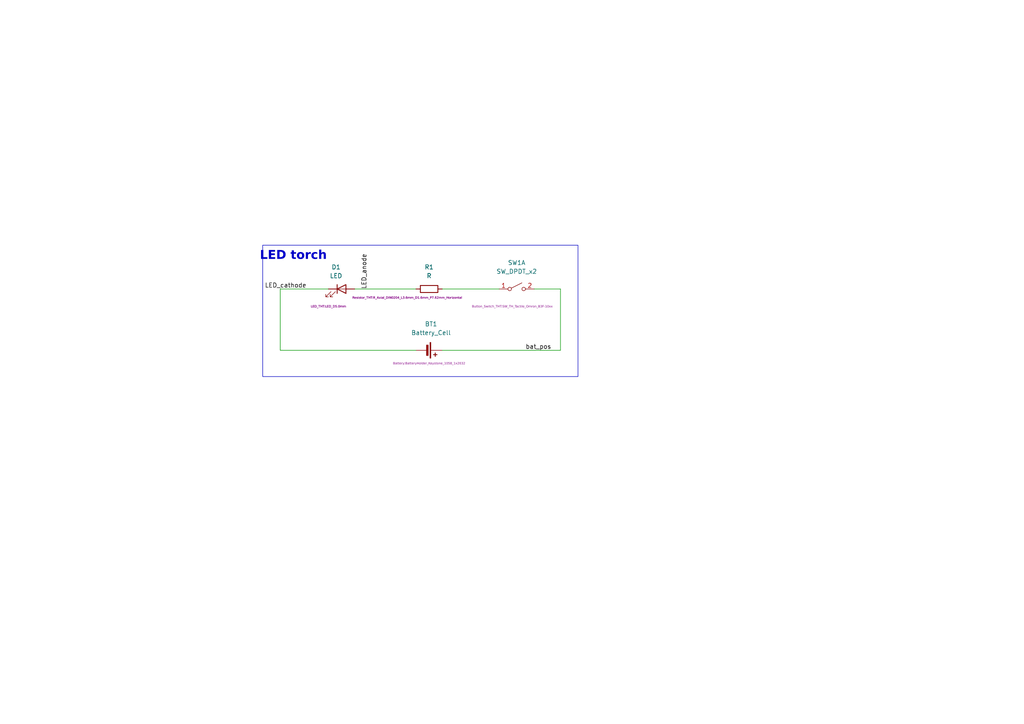
<source format=kicad_sch>
(kicad_sch (version 20250114) (generator "eeschema") (generator_version "9.0")
  (paper "A4")
  (title_block (title "LED Torch") (date "2025-07-05") (rev "0.1") (company "Sevillabot") (comment 1 "Project 1 ") (comment 2 "KiCAD like a Pro - Udemy Course") (comment 3 "A basic PCB project"))
  (lib_symbols
    (symbol "Device:Battery_Cell" (pin_numbers (hide yes)) (pin_names (offset 0) (hide yes))
      (property "Reference" "BT" (at 2.54 2.54 0))
      (property "Value" "Battery_Cell" (at 2.54 0 0))
      (symbol "Battery_Cell_0_1"
        (rectangle (start -2.286 1.778) (end 2.286 1.524) (fill (type outline)))
        (rectangle (start -1.524 1.016) (end 1.524 0.508) (fill (type outline)))
        (polyline (pts (xy 0 1.778) (xy 0 2.54)))
        (polyline (pts (xy 0 0.762) (xy 0 0)))
        (polyline (pts (xy 0.762 3.048) (xy 1.778 3.048)) (stroke (width 0.254)))
        (polyline (pts (xy 1.27 3.556) (xy 1.27 2.54)) (stroke (width 0.254)))
      )
      (symbol "Battery_Cell_1_1"
        (pin passive line (at 0 5.08 270) (length 2.54) (name "+") (number "1"))
        (pin passive line (at 0 -2.54 90) (length 2.54) (name "-") (number "2"))
      )
    )
    (symbol "Device:LED" (pin_numbers (hide yes)) (pin_names (offset 1.016) (hide yes))
      (property "Reference" "D" (at 0 2.54 0))
      (property "Value" "LED" (at 0 -2.54 0))
      (symbol "LED_0_1"
        (polyline (pts (xy -3.048 -0.762) (xy -4.572 -2.286) (xy -3.81 -2.286) (xy -4.572 -2.286) (xy -4.572 -1.524)))
        (polyline (pts (xy -1.778 -0.762) (xy -3.302 -2.286) (xy -2.54 -2.286) (xy -3.302 -2.286) (xy -3.302 -1.524)))
        (polyline (pts (xy -1.27 0) (xy 1.27 0)))
        (polyline (pts (xy -1.27 -1.27) (xy -1.27 1.27)) (stroke (width 0.254)))
        (polyline (pts (xy 1.27 -1.27) (xy 1.27 1.27) (xy -1.27 0) (xy 1.27 -1.27)) (stroke (width 0.254)))
      )
      (symbol "LED_1_1"
        (pin passive line (at -3.81 0 0) (length 2.54) (name "K") (number "1"))
        (pin passive line (at 3.81 0 180) (length 2.54) (name "A") (number "2"))
      )
    )
    (symbol "Device:R" (pin_numbers (hide yes)) (pin_names (offset 0))
      (property "Reference" "R" (at 2.032 0 90))
      (property "Value" "R" (at 0 0 90))
      (symbol "R_0_1"
        (rectangle (start -1.016 -2.54) (end 1.016 2.54) (stroke (width 0.254)))
      )
      (symbol "R_1_1"
        (pin passive line (at 0 3.81 270) (length 1.27) (name "~") (number "1"))
        (pin passive line (at 0 -3.81 90) (length 1.27) (name "~") (number "2"))
      )
    )
    (symbol "Switch:SW_DPST_x2" (pin_names (offset 0) (hide yes))
      (property "Reference" "SW" (at 0 3.175 0))
      (property "Value" "SW_DPST_x2" (at 0 -2.54 0))
      (symbol "SW_DPST_x2_0_0"
        (circle (center -2.032 0) (radius 0.508))
        (polyline (pts (xy -1.524 0.254) (xy 1.524 1.778)))
        (circle (center 2.032 0) (radius 0.508))
      )
      (symbol "SW_DPST_x2_1_1"
        (pin passive line (at -5.08 0 0) (length 2.54) (name "A") (number "1"))
        (pin passive line (at 5.08 0 180) (length 2.54) (name "B") (number "2"))
      )
      (symbol "SW_DPST_x2_2_1"
        (pin passive line (at -5.08 0 0) (length 2.54) (name "A") (number "3"))
        (pin passive line (at 5.08 0 180) (length 2.54) (name "B") (number "4"))
      )
    )
  )
  (rectangle (start 76.2 71.12) (end 167.64 109.22))
  (text "LED torch" (at 85.09 74.93 0) (effects (font (size 2.54 2.54))))
  (wire (pts (xy 102.87 83.82) (xy 120.65 83.82)))
  (wire (pts (xy 81.28 83.82) (xy 95.25 83.82)))
  (wire (pts (xy 162.56 101.6) (xy 162.56 83.82)))
  (wire (pts (xy 128.27 83.82) (xy 144.78 83.82)))
  (wire (pts (xy 128.27 101.6) (xy 162.56 101.6)))
  (wire (pts (xy 162.56 83.82) (xy 154.94 83.82)))
  (wire (pts (xy 81.28 101.6) (xy 120.65 101.6)))
  (wire (pts (xy 81.28 83.82) (xy 81.28 101.6)))
  (label "LED_cathode" (at 88.9 83.82 180))
  (label "LED_anode" (at 106.68 83.82 90))
  (label "bat_pos" (at 152.4 101.6 0))
  (symbol (lib_id "Device:R") (at 124.46 83.82 90) (unit 1)
    (property "Reference" "R1" (at 124.46 77.47 90))
    (property "Value" "R" (at 124.46 80.01 90))
    (property "Footprint" "Resistor_THT:R_Axial_DIN0204_L3.6mm_D1.6mm_P7.62mm_Horizontal" (at 118.11 86.36 90) (effects (font (size 0.64 0.64))))
    (property "Description" "Resistor" (effects (hide yes)))
  )
  (symbol (lib_id "Device:Battery_Cell") (at 123.19 101.6 270) (unit 1)
    (property "Reference" "BT1" (at 125.0315 93.98 90))
    (property "Value" "Battery_Cell" (at 125.0315 96.52 90))
    (property "Footprint" "Battery:BatteryHolder_Keystone_1058_1x2032" (at 124.46 105.41 90) (effects (font (size 0.64 0.64))))
    (property "Description" "Single-cell battery" (effects (hide yes)))
  )
  (symbol (lib_id "Switch:SW_DPST_x2") (at 149.86 83.82 0) (unit 1)
    (property "Reference" "SW1" (at 149.86 76.2 0))
    (property "Value" "SW_DPDT_x2" (at 149.86 78.74 0))
    (property "Footprint" "Button_Switch_THT:SW_TH_Tactile_Omron_B3F-10xx" (at 148.59 88.9 0) (effects (font (size 0.64 0.64))))
    (property "Description" "Single Pole Single Throw (SPST) switch, separate symbol" (effects (hide yes)))
  )
  (symbol (lib_id "Device:LED") (at 99.06 83.82 0) (unit 1)
    (property "Reference" "D1" (at 97.4725 77.47 0))
    (property "Value" "LED" (at 97.4725 80.01 0))
    (property "Footprint" "LED_THT:LED_D5.0mm" (at 95.25 88.9 0) (effects (font (size 0.64 0.64))))
    (property "Description" "Light emitting diode" (effects (hide yes)))
    (property "Sim.Pins" "1=K 2=A" (effects (hide yes)))
  )
)
</source>
